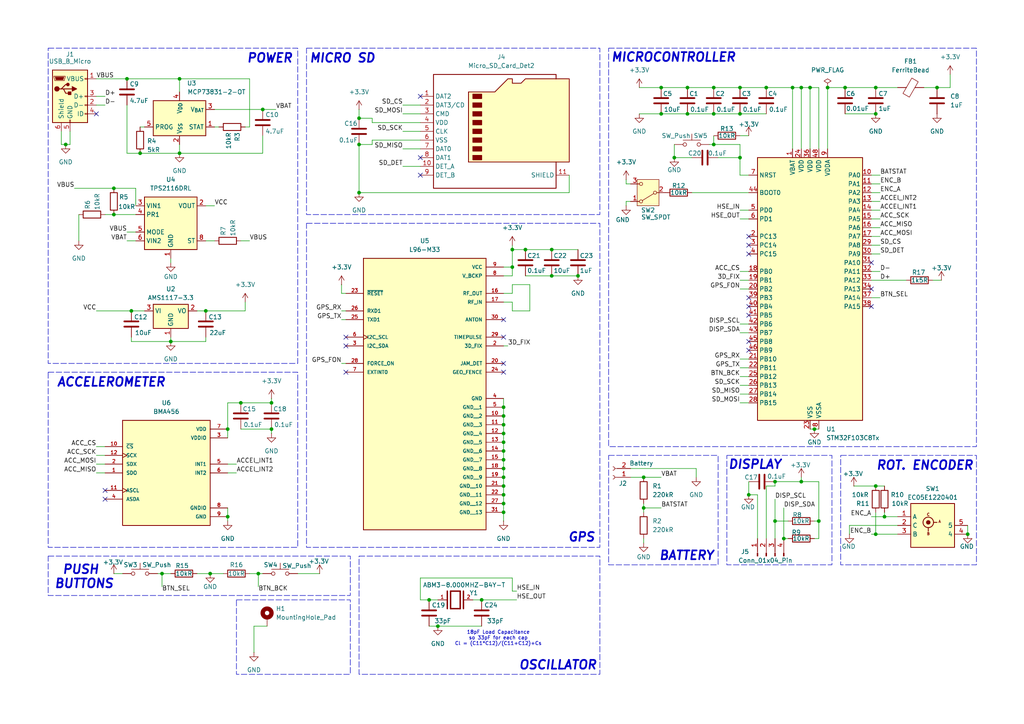
<source format=kicad_sch>
(kicad_sch (version 20250114) (generator "eeschema") (generator_version "9.0")
  (paper "A4")
  (rectangle (start 68.58 173.99) (end 101.6 195.58) (stroke (width 0) (type dash)))
  (rectangle (start 210.82 132.08) (end 241.3 163.83) (stroke (width 0) (type dash)))
  (rectangle (start 176.53 13.97) (end 283.21 129.54) (stroke (width 0) (type dash)))
  (rectangle (start 243.84 132.08) (end 283.21 163.83) (stroke (width 0) (type dash)))
  (rectangle (start 13.97 13.97) (end 86.36 105.41) (stroke (width 0) (type dash)))
  (rectangle (start 13.97 161.29) (end 101.6 172.72) (stroke (width 0) (type dash)))
  (rectangle (start 104.14 161.29) (end 173.99 195.58) (stroke (width 0) (type dash)))
  (rectangle (start 88.9 13.97) (end 173.99 62.23) (stroke (width 0) (type dash)))
  (rectangle (start 88.9 64.77) (end 173.99 158.75) (stroke (width 0) (type dash)))
  (rectangle (start 176.53 132.08) (end 208.28 163.83) (stroke (width 0) (type dash)))
  (rectangle (start 13.97 107.95) (end 86.36 158.75) (stroke (width 0) (type dash)))
  (text "GPS" (at 168.656 155.956 0) (effects (font (size 2.54 2.54) (thickness 0.508) (bold yes) (italic yes))))
  (text "POWER" (at 78.232 17.018 0) (effects (font (size 2.54 2.54) (thickness 0.508) (bold yes) (italic yes))))
  (text "DISPLAY" (at 218.948 134.874 0) (effects (font (size 2.54 2.54) (thickness 0.508) (bold yes) (italic yes))))
  (text "PUSH \nBUTTONS" (at 24.384 167.386 0) (effects (font (size 2.54 2.54) (thickness 0.508) (bold yes) (italic yes))))
  (text "BATTERY" (at 199.136 161.29 0) (effects (font (size 2.54 2.54) (thickness 0.508) (bold yes) (italic yes))))
  (text "OSCILLATOR" (at 161.798 193.04 0) (effects (font (size 2.54 2.54) (thickness 0.508) (bold yes) (italic yes))))
  (text "ACCELEROMETER" (at 32.258 110.998 0) (effects (font (size 2.54 2.54) (thickness 0.508) (bold yes) (italic yes))))
  (text "MICRO SD" (at 99.314 17.018 0) (effects (font (size 2.54 2.54) (thickness 0.508) (bold yes) (italic yes))))
  (text "18pF Load Capacitance\nso 33pF for each cap\nCl = (C11*C12)/(C11+C12)+Cs" (at 144.526 185.166 0) (effects (font (size 1.016 1.016))))
  (text "MICROCONTROLLER" (at 195.326 16.764 0) (effects (font (size 2.54 2.54) (thickness 0.508) (bold yes) (italic yes))))
  (text "ROT. ENCODER" (at 268.224 135.128 0) (effects (font (size 2.54 2.54) (thickness 0.508) (bold yes) (italic yes))))
  (junction (at 78.74 116.84))
  (junction (at 207.01 41.91))
  (junction (at 237.49 151.13))
  (junction (at 40.64 44.45))
  (junction (at 245.11 25.4))
  (junction (at 33.02 62.23))
  (junction (at 152.4 72.39))
  (junction (at 146.05 138.43))
  (junction (at 66.04 124.46))
  (junction (at 146.05 123.19))
  (junction (at 36.83 22.86))
  (junction (at 146.05 140.97))
  (junction (at 148.59 77.47))
  (junction (at 229.87 25.4))
  (junction (at 186.69 147.32))
  (junction (at 224.79 139.7))
  (junction (at 214.63 25.4))
  (junction (at 280.67 154.94))
  (junction (at 146.05 148.59))
  (junction (at 227.33 156.21))
  (junction (at 207.01 33.02))
  (junction (at 104.14 41.91))
  (junction (at 146.05 133.35))
  (junction (at 195.58 45.72))
  (junction (at 104.14 55.88))
  (junction (at 127 181.61))
  (junction (at 52.07 44.45))
  (junction (at 146.05 125.73))
  (junction (at 49.53 99.06))
  (junction (at 160.02 80.01))
  (junction (at 191.77 25.4))
  (junction (at 146.05 118.11))
  (junction (at 146.05 143.51))
  (junction (at 146.05 128.27))
  (junction (at 236.22 124.46))
  (junction (at 224.79 151.13))
  (junction (at 191.77 33.02))
  (junction (at 199.39 25.4))
  (junction (at 139.7 173.99))
  (junction (at 199.39 33.02))
  (junction (at 46.99 166.37))
  (junction (at 124.46 173.99))
  (junction (at 214.63 45.72))
  (junction (at 59.69 90.17))
  (junction (at 240.03 25.4))
  (junction (at 232.41 25.4))
  (junction (at 167.64 80.01))
  (junction (at 19.05 41.91))
  (junction (at 146.05 130.81))
  (junction (at 256.54 149.86))
  (junction (at 38.1 90.17))
  (junction (at 160.02 72.39))
  (junction (at 254 154.94))
  (junction (at 66.04 149.86))
  (junction (at 207.01 25.4))
  (junction (at 60.96 166.37))
  (junction (at 222.25 25.4))
  (junction (at 214.63 33.02))
  (junction (at 78.74 124.46))
  (junction (at 254 25.4))
  (junction (at 52.07 22.86))
  (junction (at 146.05 135.89))
  (junction (at 69.85 116.84))
  (junction (at 148.59 72.39))
  (junction (at 186.69 138.43))
  (junction (at 76.2 31.75))
  (junction (at 234.95 25.4))
  (junction (at 146.05 146.05))
  (junction (at 254 140.97))
  (junction (at 271.78 25.4))
  (junction (at 33.02 54.61))
  (junction (at 104.14 34.29))
  (junction (at 232.41 139.7))
  (junction (at 254 33.02))
  (junction (at 74.93 166.37))
  (junction (at 217.17 143.51))
  (junction (at 146.05 120.65))
  (no_connect (at 146.05 107.95))
  (no_connect (at 121.92 45.72))
  (no_connect (at 217.17 91.44))
  (no_connect (at 121.92 50.8))
  (no_connect (at 30.48 144.78))
  (no_connect (at 100.33 97.79))
  (no_connect (at 146.05 92.71))
  (no_connect (at 252.73 76.2))
  (no_connect (at 27.94 33.02))
  (no_connect (at 217.17 86.36))
  (no_connect (at 100.33 107.95))
  (no_connect (at 217.17 99.06))
  (no_connect (at 217.17 88.9))
  (no_connect (at 252.73 83.82))
  (no_connect (at 146.05 105.41))
  (no_connect (at 217.17 68.58))
  (no_connect (at 217.17 101.6))
  (no_connect (at 30.48 142.24))
  (no_connect (at 121.92 27.94))
  (no_connect (at 146.05 97.79))
  (no_connect (at 100.33 100.33))
  (no_connect (at 252.73 88.9))
  (no_connect (at 217.17 71.12))
  (no_connect (at 217.17 73.66))
  (wire (pts (xy 116.84 43.18) (xy 121.92 43.18)))
  (wire (pts (xy 214.63 81.28) (xy 217.17 81.28)))
  (wire (pts (xy 148.59 171.45) (xy 149.86 171.45)))
  (wire (pts (xy 232.41 25.4) (xy 229.87 25.4)))
  (wire (pts (xy 222.25 140.97) (xy 224.79 140.97)))
  (wire (pts (xy 30.48 62.23) (xy 33.02 62.23)))
  (wire (pts (xy 107.95 35.56) (xy 107.95 34.29)))
  (wire (pts (xy 254 148.59) (xy 254 154.94)))
  (wire (pts (xy 27.94 22.86) (xy 36.83 22.86)))
  (wire (pts (xy 214.63 111.76) (xy 217.17 111.76)))
  (wire (pts (xy 46.99 170.18) (xy 46.99 166.37)))
  (wire (pts (xy 191.77 33.02) (xy 199.39 33.02)))
  (wire (pts (xy 116.84 30.48) (xy 121.92 30.48)))
  (wire (pts (xy 232.41 43.18) (xy 232.41 25.4)))
  (wire (pts (xy 38.1 90.17) (xy 41.91 90.17)))
  (wire (pts (xy 148.59 72.39) (xy 148.59 77.47)))
  (wire (pts (xy 146.05 123.19) (xy 146.05 125.73)))
  (wire (pts (xy 121.92 167.64) (xy 148.59 167.64)))
  (wire (pts (xy 72.39 69.85) (xy 69.85 69.85)))
  (wire (pts (xy 107.95 40.64) (xy 107.95 41.91)))
  (wire (pts (xy 124.46 173.99) (xy 127 173.99)))
  (wire (pts (xy 199.39 33.02) (xy 207.01 33.02)))
  (wire (pts (xy 195.58 41.91) (xy 195.58 45.72)))
  (wire (pts (xy 186.69 138.43) (xy 191.77 138.43)))
  (wire (pts (xy 17.78 41.91) (xy 19.05 41.91)))
  (wire (pts (xy 36.83 44.45) (xy 40.64 44.45)))
  (wire (pts (xy 104.14 31.75) (xy 104.14 34.29)))
  (wire (pts (xy 146.05 87.63) (xy 148.59 87.63)))
  (wire (pts (xy 49.53 166.37) (xy 46.99 166.37)))
  (wire (pts (xy 234.95 124.46) (xy 236.22 124.46)))
  (wire (pts (xy 255.27 73.66) (xy 252.73 73.66)))
  (wire (pts (xy 224.79 151.13) (xy 224.79 156.21)))
  (wire (pts (xy 57.15 166.37) (xy 60.96 166.37)))
  (wire (pts (xy 245.11 33.02) (xy 254 33.02)))
  (wire (pts (xy 68.58 137.16) (xy 66.04 137.16)))
  (wire (pts (xy 182.88 138.43) (xy 186.69 138.43)))
  (wire (pts (xy 146.05 135.89) (xy 146.05 138.43)))
  (wire (pts (xy 146.05 143.51) (xy 146.05 146.05)))
  (wire (pts (xy 254 154.94) (xy 260.35 154.94)))
  (wire (pts (xy 146.05 128.27) (xy 146.05 130.81)))
  (wire (pts (xy 214.63 33.02) (xy 222.25 33.02)))
  (wire (pts (xy 229.87 25.4) (xy 229.87 43.18)))
  (wire (pts (xy 52.07 22.86) (xy 52.07 26.67)))
  (wire (pts (xy 252.73 154.94) (xy 254 154.94)))
  (wire (pts (xy 207.01 41.91) (xy 214.63 41.91)))
  (wire (pts (xy 201.93 135.89) (xy 182.88 135.89)))
  (wire (pts (xy 267.97 25.4) (xy 271.78 25.4)))
  (wire (pts (xy 255.27 55.88) (xy 252.73 55.88)))
  (wire (pts (xy 107.95 40.64) (xy 121.92 40.64)))
  (wire (pts (xy 33.02 62.23) (xy 39.37 62.23)))
  (wire (pts (xy 146.05 130.81) (xy 146.05 133.35)))
  (wire (pts (xy 200.66 55.88) (xy 217.17 55.88)))
  (wire (pts (xy 99.06 90.17) (xy 100.33 90.17)))
  (wire (pts (xy 214.63 104.14) (xy 217.17 104.14)))
  (wire (pts (xy 247.65 140.97) (xy 254 140.97)))
  (wire (pts (xy 36.83 69.85) (xy 39.37 69.85)))
  (wire (pts (xy 20.32 41.91) (xy 19.05 41.91)))
  (wire (pts (xy 181.61 53.34) (xy 181.61 52.07)))
  (wire (pts (xy 74.93 166.37) (xy 76.2 166.37)))
  (wire (pts (xy 40.64 44.45) (xy 52.07 44.45)))
  (wire (pts (xy 153.67 82.55) (xy 148.59 82.55)))
  (wire (pts (xy 73.66 181.61) (xy 73.66 189.23)))
  (wire (pts (xy 208.28 45.72) (xy 214.63 45.72)))
  (wire (pts (xy 214.63 114.3) (xy 217.17 114.3)))
  (wire (pts (xy 72.39 36.83) (xy 71.12 36.83)))
  (wire (pts (xy 222.25 140.97) (xy 222.25 156.21)))
  (wire (pts (xy 255.27 66.04) (xy 252.73 66.04)))
  (wire (pts (xy 147.32 100.33) (xy 146.05 100.33)))
  (wire (pts (xy 252.73 81.28) (xy 262.89 81.28)))
  (wire (pts (xy 52.07 41.91) (xy 52.07 44.45)))
  (wire (pts (xy 237.49 156.21) (xy 236.22 156.21)))
  (wire (pts (xy 185.42 25.4) (xy 191.77 25.4)))
  (wire (pts (xy 78.74 115.57) (xy 78.74 116.84)))
  (wire (pts (xy 237.49 151.13) (xy 236.22 151.13)))
  (wire (pts (xy 186.69 146.05) (xy 186.69 147.32)))
  (wire (pts (xy 219.71 156.21) (xy 219.71 143.51)))
  (wire (pts (xy 146.05 80.01) (xy 148.59 80.01)))
  (wire (pts (xy 49.53 99.06) (xy 59.69 99.06)))
  (wire (pts (xy 20.32 38.1) (xy 20.32 41.91)))
  (wire (pts (xy 236.22 124.46) (xy 237.49 124.46)))
  (wire (pts (xy 255.27 58.42) (xy 252.73 58.42)))
  (wire (pts (xy 57.15 90.17) (xy 59.69 90.17)))
  (wire (pts (xy 186.69 147.32) (xy 186.69 148.59)))
  (wire (pts (xy 76.2 39.37) (xy 76.2 44.45)))
  (wire (pts (xy 214.63 50.8) (xy 217.17 50.8)))
  (wire (pts (xy 228.6 156.21) (xy 227.33 156.21)))
  (wire (pts (xy 127 181.61) (xy 139.7 181.61)))
  (wire (pts (xy 255.27 53.34) (xy 252.73 53.34)))
  (wire (pts (xy 52.07 44.45) (xy 76.2 44.45)))
  (wire (pts (xy 38.1 99.06) (xy 38.1 97.79)))
  (wire (pts (xy 160.02 80.01) (xy 167.64 80.01)))
  (wire (pts (xy 148.59 72.39) (xy 152.4 72.39)))
  (wire (pts (xy 214.63 93.98) (xy 217.17 93.98)))
  (wire (pts (xy 146.05 77.47) (xy 148.59 77.47)))
  (wire (pts (xy 280.67 152.4) (xy 280.67 154.94)))
  (wire (pts (xy 201.93 138.43) (xy 201.93 135.89)))
  (wire (pts (xy 27.94 132.08) (xy 30.48 132.08)))
  (wire (pts (xy 74.93 166.37) (xy 74.93 170.18)))
  (wire (pts (xy 66.04 151.13) (xy 66.04 149.86)))
  (wire (pts (xy 148.59 167.64) (xy 148.59 171.45)))
  (wire (pts (xy 21.59 54.61) (xy 33.02 54.61)))
  (wire (pts (xy 214.63 60.96) (xy 217.17 60.96)))
  (wire (pts (xy 27.94 134.62) (xy 30.48 134.62)))
  (wire (pts (xy 234.95 25.4) (xy 234.95 43.18)))
  (wire (pts (xy 237.49 151.13) (xy 237.49 156.21)))
  (wire (pts (xy 273.05 81.28) (xy 270.51 81.28)))
  (wire (pts (xy 124.46 181.61) (xy 127 181.61)))
  (wire (pts (xy 148.59 77.47) (xy 148.59 80.01)))
  (wire (pts (xy 275.59 25.4) (xy 271.78 25.4)))
  (wire (pts (xy 30.48 30.48) (xy 27.94 30.48)))
  (wire (pts (xy 27.94 137.16) (xy 30.48 137.16)))
  (wire (pts (xy 191.77 25.4) (xy 199.39 25.4)))
  (wire (pts (xy 45.72 166.37) (xy 46.99 166.37)))
  (wire (pts (xy 219.71 143.51) (xy 217.17 143.51)))
  (wire (pts (xy 165.1 55.88) (xy 165.1 50.8)))
  (wire (pts (xy 36.83 67.31) (xy 39.37 67.31)))
  (wire (pts (xy 22.86 69.85) (xy 22.86 62.23)))
  (wire (pts (xy 146.05 120.65) (xy 146.05 123.19)))
  (wire (pts (xy 59.69 90.17) (xy 71.12 90.17)))
  (wire (pts (xy 275.59 21.59) (xy 275.59 25.4)))
  (wire (pts (xy 30.48 27.94) (xy 27.94 27.94)))
  (wire (pts (xy 205.74 41.91) (xy 207.01 41.91)))
  (wire (pts (xy 40.64 36.83) (xy 41.91 36.83)))
  (wire (pts (xy 232.41 139.7) (xy 224.79 139.7)))
  (wire (pts (xy 185.42 33.02) (xy 191.77 33.02)))
  (wire (pts (xy 72.39 166.37) (xy 74.93 166.37)))
  (wire (pts (xy 99.06 85.09) (xy 100.33 85.09)))
  (wire (pts (xy 60.96 166.37) (xy 64.77 166.37)))
  (wire (pts (xy 255.27 71.12) (xy 252.73 71.12)))
  (wire (pts (xy 33.02 54.61) (xy 39.37 54.61)))
  (wire (pts (xy 66.04 124.46) (xy 66.04 127)))
  (wire (pts (xy 214.63 45.72) (xy 214.63 41.91)))
  (wire (pts (xy 66.04 116.84) (xy 66.04 124.46)))
  (wire (pts (xy 255.27 63.5) (xy 252.73 63.5)))
  (wire (pts (xy 237.49 43.18) (xy 237.49 25.4)))
  (wire (pts (xy 232.41 138.43) (xy 232.41 139.7)))
  (wire (pts (xy 99.06 82.55) (xy 99.06 85.09)))
  (wire (pts (xy 71.12 87.63) (xy 71.12 90.17)))
  (wire (pts (xy 214.63 116.84) (xy 217.17 116.84)))
  (wire (pts (xy 252.73 149.86) (xy 256.54 149.86)))
  (wire (pts (xy 107.95 41.91) (xy 104.14 41.91)))
  (wire (pts (xy 72.39 22.86) (xy 72.39 36.83)))
  (wire (pts (xy 116.84 48.26) (xy 121.92 48.26)))
  (wire (pts (xy 69.85 116.84) (xy 78.74 116.84)))
  (wire (pts (xy 116.84 38.1) (xy 121.92 38.1)))
  (wire (pts (xy 99.06 105.41) (xy 100.33 105.41)))
  (wire (pts (xy 260.35 152.4) (xy 246.38 152.4)))
  (wire (pts (xy 121.92 173.99) (xy 121.92 167.64)))
  (wire (pts (xy 255.27 50.8) (xy 252.73 50.8)))
  (wire (pts (xy 137.16 173.99) (xy 139.7 173.99)))
  (wire (pts (xy 227.33 147.32) (xy 227.33 156.21)))
  (wire (pts (xy 232.41 25.4) (xy 234.95 25.4)))
  (wire (pts (xy 222.25 25.4) (xy 229.87 25.4)))
  (wire (pts (xy 214.63 25.4) (xy 222.25 25.4)))
  (wire (pts (xy 260.35 149.86) (xy 256.54 149.86)))
  (wire (pts (xy 63.5 36.83) (xy 62.23 36.83)))
  (wire (pts (xy 38.1 99.06) (xy 49.53 99.06)))
  (wire (pts (xy 104.14 55.88) (xy 165.1 55.88)))
  (wire (pts (xy 255.27 86.36) (xy 252.73 86.36)))
  (wire (pts (xy 186.69 156.21) (xy 186.69 157.48)))
  (wire (pts (xy 246.38 152.4) (xy 246.38 154.94)))
  (wire (pts (xy 245.11 25.4) (xy 240.03 25.4)))
  (wire (pts (xy 254 25.4) (xy 245.11 25.4)))
  (wire (pts (xy 214.63 63.5) (xy 217.17 63.5)))
  (wire (pts (xy 153.67 82.55) (xy 153.67 90.17)))
  (wire (pts (xy 33.02 166.37) (xy 35.56 166.37)))
  (wire (pts (xy 191.77 147.32) (xy 186.69 147.32)))
  (wire (pts (xy 99.06 92.71) (xy 100.33 92.71)))
  (wire (pts (xy 214.63 96.52) (xy 217.17 96.52)))
  (wire (pts (xy 17.78 38.1) (xy 17.78 41.91)))
  (wire (pts (xy 160.02 72.39) (xy 167.64 72.39)))
  (wire (pts (xy 39.37 54.61) (xy 39.37 59.69)))
  (wire (pts (xy 255.27 68.58) (xy 252.73 68.58)))
  (wire (pts (xy 62.23 31.75) (xy 76.2 31.75)))
  (wire (pts (xy 146.05 118.11) (xy 146.05 120.65)))
  (wire (pts (xy 146.05 140.97) (xy 146.05 143.51)))
  (wire (pts (xy 104.14 41.91) (xy 104.14 55.88)))
  (wire (pts (xy 260.35 25.4) (xy 254 25.4)))
  (wire (pts (xy 107.95 35.56) (xy 121.92 35.56)))
  (wire (pts (xy 181.61 58.42) (xy 181.61 59.69)))
  (wire (pts (xy 146.05 133.35) (xy 146.05 135.89)))
  (wire (pts (xy 49.53 99.06) (xy 49.53 97.79)))
  (wire (pts (xy 76.2 31.75) (xy 80.01 31.75)))
  (wire (pts (xy 182.88 53.34) (xy 181.61 53.34)))
  (wire (pts (xy 255.27 60.96) (xy 252.73 60.96)))
  (wire (pts (xy 214.63 109.22) (xy 217.17 109.22)))
  (wire (pts (xy 207.01 25.4) (xy 214.63 25.4)))
  (wire (pts (xy 148.59 82.55) (xy 148.59 85.09)))
  (wire (pts (xy 146.05 115.57) (xy 146.05 118.11)))
  (wire (pts (xy 36.83 30.48) (xy 36.83 44.45)))
  (wire (pts (xy 224.79 140.97) (xy 224.79 139.7)))
  (wire (pts (xy 36.83 22.86) (xy 52.07 22.86)))
  (wire (pts (xy 68.58 134.62) (xy 66.04 134.62)))
  (wire (pts (xy 237.49 139.7) (xy 237.49 151.13)))
  (wire (pts (xy 214.63 78.74) (xy 217.17 78.74)))
  (wire (pts (xy 139.7 173.99) (xy 149.86 173.99)))
  (wire (pts (xy 207.01 33.02) (xy 214.63 33.02)))
  (wire (pts (xy 59.69 99.06) (xy 59.69 97.79)))
  (wire (pts (xy 214.63 45.72) (xy 214.63 50.8)))
  (wire (pts (xy 214.63 106.68) (xy 217.17 106.68)))
  (wire (pts (xy 62.23 69.85) (xy 59.69 69.85)))
  (wire (pts (xy 256.54 149.86) (xy 256.54 148.59)))
  (wire (pts (xy 27.94 90.17) (xy 38.1 90.17)))
  (wire (pts (xy 148.59 85.09) (xy 146.05 85.09)))
  (wire (pts (xy 148.59 87.63) (xy 148.59 90.17)))
  (wire (pts (xy 78.74 125.73) (xy 78.74 124.46)))
  (wire (pts (xy 217.17 143.51) (xy 217.17 139.7)))
  (wire (pts (xy 69.85 116.84) (xy 66.04 116.84)))
  (wire (pts (xy 148.59 90.17) (xy 153.67 90.17)))
  (wire (pts (xy 228.6 151.13) (xy 224.79 151.13)))
  (wire (pts (xy 232.41 139.7) (xy 237.49 139.7)))
  (wire (pts (xy 86.36 166.37) (xy 92.71 166.37)))
  (wire (pts (xy 237.49 25.4) (xy 234.95 25.4)))
  (wire (pts (xy 152.4 80.01) (xy 160.02 80.01)))
  (wire (pts (xy 240.03 25.4) (xy 240.03 43.18)))
  (wire (pts (xy 52.07 22.86) (xy 72.39 22.86)))
  (wire (pts (xy 224.79 144.78) (xy 224.79 151.13)))
  (wire (pts (xy 217.17 39.37) (xy 214.63 39.37)))
  (wire (pts (xy 107.95 34.29) (xy 104.14 34.29)))
  (wire (pts (xy 146.05 125.73) (xy 146.05 128.27)))
  (wire (pts (xy 49.53 76.2) (xy 49.53 74.93)))
  (wire (pts (xy 214.63 83.82) (xy 217.17 83.82)))
  (wire (pts (xy 116.84 33.02) (xy 121.92 33.02)))
  (wire (pts (xy 77.47 181.61) (xy 73.66 181.61)))
  (wire (pts (xy 152.4 72.39) (xy 160.02 72.39)))
  (wire (pts (xy 146.05 148.59) (xy 146.05 151.13)))
  (wire (pts (xy 195.58 45.72) (xy 200.66 45.72)))
  (wire (pts (xy 62.23 59.69) (xy 59.69 59.69)))
  (wire (pts (xy 69.85 124.46) (xy 78.74 124.46)))
  (wire (pts (xy 146.05 146.05) (xy 146.05 148.59)))
  (wire (pts (xy 254 140.97) (xy 256.54 140.97)))
  (wire (pts (xy 182.88 58.42) (xy 181.61 58.42)))
  (wire (pts (xy 124.46 173.99) (xy 121.92 173.99)))
  (wire (pts (xy 148.59 71.12) (xy 148.59 72.39)))
  (wire (pts (xy 199.39 25.4) (xy 207.01 25.4)))
  (wire (pts (xy 207.01 39.37) (xy 207.01 41.91)))
  (wire (pts (xy 27.94 129.54) (xy 30.48 129.54)))
  (wire (pts (xy 66.04 147.32) (xy 66.04 149.86)))
  (wire (pts (xy 146.05 138.43) (xy 146.05 140.97)))
  (wire (pts (xy 255.27 78.74) (xy 252.73 78.74)))
  (label "VBAT" (at 80.01 31.75 0))
  (label "VCC" (at 62.23 59.69 0) (effects (font (thickness 0.1588))))
  (label "VBUS" (at 21.59 54.61 180))
  (label "HSE_IN" (at 214.63 60.96 180))
  (label "DISP_SDA" (at 214.63 96.52 180))
  (label "BTN_SEL" (at 255.27 86.36 0))
  (label "ACC_MISO" (at 27.94 137.16 180))
  (label "VBUS" (at 72.39 69.85 0))
  (label "3D_FIX" (at 147.32 100.33 0))
  (label "HSE_OUT" (at 214.63 63.5 180))
  (label "BTN_BCK" (at 214.63 109.22 180))
  (label "DISP_SCL" (at 214.63 93.98 180))
  (label "BATSTAT" (at 255.27 50.8 0))
  (label "SD_MISO" (at 214.63 114.3 180))
  (label "ACC_CS" (at 214.63 78.74 180) (effects (font (thickness 0.1588))))
  (label "SD_DET" (at 255.27 73.66 0))
  (label "GPS_RX" (at 99.06 90.17 180))
  (label "SD_MISO" (at 116.84 43.18 180))
  (label "GPS_TX" (at 214.63 106.68 180))
  (label "ENC_B" (at 252.73 154.94 180))
  (label "VBAT" (at 191.77 138.43 0))
  (label "D+" (at 30.48 27.94 0))
  (label "HSE_OUT" (at 149.86 173.99 0))
  (label "GPS_FON" (at 99.06 105.41 180))
  (label "SD_MOSI" (at 116.84 33.02 180))
  (label "VCC" (at 27.94 90.17 180) (effects (font (thickness 0.1588))))
  (label "VBUS" (at 27.94 22.86 0))
  (label "ACCEl_INT1" (at 68.58 134.62 0))
  (label "ACC_CS" (at 27.94 129.54 180) (effects (font (thickness 0.1588))))
  (label "SD_CS" (at 255.27 71.12 0))
  (label "ACC_MOSI" (at 27.94 134.62 180))
  (label "ACC_MISO" (at 255.27 66.04 0))
  (label "ACC_MOSI" (at 255.27 68.58 0))
  (label "ACC_SCK" (at 255.27 63.5 0))
  (label "ACCEl_INT1" (at 255.27 60.96 0))
  (label "DISP_SCL" (at 224.79 144.78 0))
  (label "SD_CS" (at 116.84 30.48 180))
  (label "D+" (at 255.27 81.28 0))
  (label "SD_SCK" (at 214.63 111.76 180))
  (label "3D_FIX" (at 214.63 81.28 180))
  (label "GPS_RX" (at 214.63 104.14 180))
  (label "HSE_IN" (at 149.86 171.45 0))
  (label "D-" (at 30.48 30.48 0))
  (label "VBAT" (at 36.83 69.85 180))
  (label "GPS_FON" (at 214.63 83.82 180))
  (label "ACCEl_INT2" (at 68.58 137.16 0))
  (label "ENC_A" (at 255.27 55.88 0))
  (label "DISP_SDA" (at 227.33 147.32 0))
  (label "GPS_TX" (at 99.06 92.71 180))
  (label "BATSTAT" (at 191.77 147.32 0))
  (label "D-" (at 255.27 78.74 0))
  (label "SD_SCK" (at 116.84 38.1 180))
  (label "ACC_SCK" (at 27.94 132.08 180))
  (label "BTN_BCK" (at 74.93 170.18 0))
  (label "VBUS" (at 36.83 67.31 180))
  (label "ENC_B" (at 255.27 53.34 0))
  (label "ENC_A" (at 252.73 149.86 180))
  (label "SD_MOSI" (at 214.63 116.84 180))
  (label "BTN_SEL" (at 46.99 170.18 0))
  (label "SD_DET" (at 116.84 48.26 180))
  (label "ACCEl_INT2" (at 255.27 58.42 0))
  (symbol (lib_id "Device:R") (at 254 144.78 180) (unit 1)
    (property "Reference" "R11" (at 252.222 146.05 0) (effects (justify left)))
    (property "Value" "10kR" (at 251.968 143.51 0) (effects (justify left)))
    (property "Footprint" "Resistor_SMD:R_0402_1005Metric" (effects (hide yes)))
    (property "Description" "Resistor" (effects (hide yes)))
  )
  (symbol (lib_id "Device:C") (at 69.85 120.65 0) (unit 1)
    (property "Reference" "C15" (at 70.358 118.618 0) (effects (justify left)))
    (property "Value" "0.1uF" (at 70.612 123.19 0) (effects (justify left)))
    (property "Footprint" "Capacitor_SMD:C_0402_1005Metric" (effects (hide yes)))
    (property "Description" "Unpolarized capacitor" (effects (hide yes)))
  )
  (symbol (lib_id "power:+3.3V") (at 33.02 166.37 0) (unit 1)
    (property "Reference" "#PWR030" (effects (hide yes)))
    (property "Value" "+3.3V" (at 32.766 163.068 0))
    (property "Description" "Power symbol creates a global label with name \"+3.3V\"" (effects (hide yes)))
  )
  (symbol (lib_id "power:GND") (at 217.17 143.51 0) (unit 1)
    (property "Reference" "#PWR022" (effects (hide yes)))
    (property "Value" "GND" (at 216.916 147.066 0))
    (property "Description" "Power symbol creates a global label with name \"GND\" , ground" (effects (hide yes)))
  )
  (symbol (lib_id "power:+3.3V") (at 148.59 71.12 0) (unit 1)
    (property "Reference" "#PWR031" (effects (hide yes)))
    (property "Value" "+3.3V" (at 148.59 66.04 0))
    (property "Description" "Power symbol creates a global label with name \"+3.3V\"" (effects (hide yes)))
  )
  (symbol (lib_id "power:+3.3V") (at 273.05 81.28 0) (unit 1)
    (property "Reference" "#PWR035" (effects (hide yes)))
    (property "Value" "+3.3V" (at 273.05 77.724 0))
    (property "Description" "Power symbol creates a global label with name \"+3.3V\"" (effects (hide yes)))
  )
  (symbol (lib_id "ImportsLibrary:EC05E1220401") (at 270.51 152.4 0) (unit 1)
    (property "Reference" "SW1" (at 270.51 141.732 0))
    (property "Value" "EC05E1220401" (at 270.51 144.272 0))
    (property "Footprint" "ImportsLibrary:EC05E1220401" (effects (hide yes)))
  )
  (symbol (lib_id "Connector:Conn_01x04_Pin") (at 222.25 161.29 90) (unit 1)
    (property "Reference" "J5" (at 214.884 160.02 90) (effects (justify right)))
    (property "Value" "Conn_01x04_Pin" (at 214.122 162.56 90) (effects (justify right)))
    (property "Footprint" "Connector_PinHeader_2.54mm:PinHeader_1x04_P2.54mm_Vertical" (effects (hide yes)))
    (property "Description" "Generic connector, single row, 01x04, script generated" (effects (hide yes)))
  )
  (symbol (lib_id "Device:C") (at 222.25 29.21 0) (unit 1)
    (property "Reference" "C4" (at 222.758 27.178 0) (effects (justify left)))
    (property "Value" "0.1uF" (at 223.012 31.75 0) (effects (justify left)))
    (property "Footprint" "Capacitor_SMD:C_0402_1005Metric" (effects (hide yes)))
    (property "Description" "Unpolarized capacitor" (effects (hide yes)))
  )
  (symbol (lib_id "power:+3.3V") (at 71.12 87.63 0) (unit 1)
    (property "Reference" "#PWR014" (effects (hide yes)))
    (property "Value" "+3.3V" (at 71.12 82.55 0))
    (property "Description" "Power symbol creates a global label with name \"+3.3V\"" (effects (hide yes)))
  )
  (symbol (lib_id "power:+3.3V") (at 217.17 39.37 0) (unit 1)
    (property "Reference" "#PWR029" (effects (hide yes)))
    (property "Value" "+3.3V" (at 217.17 36.068 0))
    (property "Description" "Power symbol creates a global label with name \"+3.3V\"" (effects (hide yes)))
  )
  (symbol (lib_id "power:GND") (at 271.78 33.02 0) (unit 1)
    (property "Reference" "#PWR04" (effects (hide yes)))
    (property "Value" "GND" (at 271.78 38.1 0))
    (property "Description" "Power symbol creates a global label with name \"GND\" , ground" (effects (hide yes)))
  )
  (symbol (lib_id "Device:R") (at 67.31 36.83 270) (unit 1)
    (property "Reference" "R3" (at 68.834 38.354 0) (effects (justify left)))
    (property "Value" "10kR" (at 66.294 38.354 0) (effects (justify left)))
    (property "Footprint" "Resistor_SMD:R_0402_1005Metric" (effects (hide yes)))
    (property "Description" "Resistor" (effects (hide yes)))
  )
  (symbol (lib_id "power:GND") (at 167.64 80.01 0) (unit 1)
    (property "Reference" "#PWR036" (effects (hide yes)))
    (property "Value" "GND" (at 167.64 85.09 0))
    (property "Description" "Power symbol creates a global label with name \"GND\" , ground" (effects (hide yes)))
  )
  (symbol (lib_id "power:GND") (at 104.14 55.88 0) (unit 1)
    (property "Reference" "#PWR019" (effects (hide yes)))
    (property "Value" "GND" (at 104.14 60.96 0))
    (property "Description" "Power symbol creates a global label with name \"GND\" , ground" (effects (hide yes)))
  )
  (symbol (lib_id "power:GND") (at 181.61 59.69 0) (unit 1)
    (property "Reference" "#PWR024" (effects (hide yes)))
    (property "Value" "GND" (at 180.594 63.754 0))
    (property "Description" "Power symbol creates a global label with name \"GND\" , ground" (effects (hide yes)))
  )
  (symbol (lib_id "Device:R") (at 186.69 142.24 0) (unit 1)
    (property "Reference" "R1" (at 189.23 140.9699 0) (effects (justify left)))
    (property "Value" "220kR" (at 189.23 143.5099 0) (effects (justify left)))
    (property "Footprint" "Resistor_SMD:R_0402_1005Metric" (effects (hide yes)))
    (property "Description" "Resistor" (effects (hide yes)))
  )
  (symbol (lib_id "power:GND") (at 127 181.61 0) (unit 1)
    (property "Reference" "#PWR033" (effects (hide yes)))
    (property "Value" "GND" (at 127 186.69 0))
    (property "Description" "Power symbol creates a global label with name \"GND\" , ground" (effects (hide yes)))
  )
  (symbol (lib_id "power:GND") (at 19.05 41.91 0) (unit 1)
    (property "Reference" "#PWR07" (effects (hide yes)))
    (property "Value" "GND" (at 19.05 46.99 0))
    (property "Description" "Power symbol creates a global label with name \"GND\" , ground" (effects (hide yes)))
  )
  (symbol (lib_id "ImportsLibrary:ABM3-8.000MHZ-B4Y-T") (at 132.08 173.99 0) (unit 1)
    (property "Reference" "Y1" (at 137.414 171.958 0))
    (property "Value" "ABM3-8.000MHZ-B4Y-T" (at 134.62 169.672 0))
    (property "Footprint" "ImportsLibrary:XTAL_ABM3-8.000MHZ-B4Y-T" (effects (hide yes)))
    (property "PARTREV" "4/25/2022" (effects (hide yes)))
    (property "STANDARD" "Manufacturer Recommendations" (effects (hide yes)))
    (property "MAXIMUM_PACKAGE_HEIGHT" "1.3 mm" (effects (hide yes)))
    (property "MANUFACTURER" "Abracon" (effects (hide yes)))
  )
  (symbol (lib_id "Device:C") (at 254 29.21 0) (unit 1)
    (property "Reference" "C7" (at 254.762 27.178 0) (effects (justify left)))
    (property "Value" "1uF" (at 254.762 31.496 0) (effects (justify left)))
    (property "Footprint" "Capacitor_SMD:C_0603_1608Metric" (effects (hide yes)))
    (property "Description" "Unpolarized capacitor" (effects (hide yes)))
  )
  (symbol (lib_id "power:GND") (at 186.69 157.48 0) (unit 1)
    (property "Reference" "#PWR010" (effects (hide yes)))
    (property "Value" "GND" (at 186.69 161.544 0))
    (property "Description" "Power symbol creates a global label with name \"GND\" , ground" (effects (hide yes)))
  )
  (symbol (lib_id "Device:C") (at 104.14 38.1 0) (unit 1)
    (property "Reference" "C16" (at 99.822 35.814 0) (effects (justify left)))
    (property "Value" "0.1uF" (at 98.298 40.64 0) (effects (justify left)))
    (property "Footprint" "Capacitor_SMD:C_0402_1005Metric" (effects (hide yes)))
    (property "Description" "Unpolarized capacitor" (effects (hide yes)))
  )
  (symbol (lib_id "Device:C") (at 204.47 45.72 90) (unit 1)
    (property "Reference" "C20" (at 203.454 44.45 90) (effects (justify left)))
    (property "Value" "0.1uF" (at 210.82 44.45 90) (effects (justify left)))
    (property "Footprint" "Capacitor_SMD:C_0402_1005Metric" (effects (hide yes)))
    (property "Description" "Unpolarized capacitor" (effects (hide yes)))
  )
  (symbol (lib_id "power:GND") (at 236.22 124.46 0) (unit 1)
    (property "Reference" "#PWR01" (effects (hide yes)))
    (property "Value" "GND" (at 236.22 128.27 0))
    (property "Description" "Power symbol creates a global label with name \"GND\" , ground" (effects (hide yes)))
  )
  (symbol (lib_id "power:GND") (at 49.53 76.2 0) (unit 1)
    (property "Reference" "#PWR011" (effects (hide yes)))
    (property "Value" "GND" (at 49.53 80.264 0))
    (property "Description" "Power symbol creates a global label with name \"GND\" , ground" (effects (hide yes)))
  )
  (symbol (lib_id "power:+3.3V") (at 275.59 21.59 0) (unit 1)
    (property "Reference" "#PWR05" (effects (hide yes)))
    (property "Value" "+3.3V" (at 275.59 16.51 0))
    (property "Description" "Power symbol creates a global label with name \"+3.3V\"" (effects (hide yes)))
  )
  (symbol (lib_id "power:+3.3V") (at 185.42 25.4 0) (unit 1)
    (property "Reference" "#PWR06" (effects (hide yes)))
    (property "Value" "+3.3V" (at 185.42 20.32 0))
    (property "Description" "Power symbol creates a global label with name \"+3.3V\"" (effects (hide yes)))
  )
  (symbol (lib_id "power:GND") (at 254 33.02 0) (unit 1)
    (property "Reference" "#PWR03" (effects (hide yes)))
    (property "Value" "GND" (at 254 38.1 0))
    (property "Description" "Power symbol creates a global label with name \"GND\" , ground" (effects (hide yes)))
  )
  (symbol (lib_id "ImportsLibrary:L96-M33") (at 123.19 97.79 0) (unit 1)
    (property "Reference" "U5" (at 123.19 69.85 0))
    (property "Value" "L96-M33" (at 123.19 72.39 0))
    (property "Footprint" "ImportsLibrary:XCVR_L96-M33" (effects (hide yes)))
    (property "Description" "L96 is a concurrent multi-GNSS receiver module with embedded chip antenna. With 33 tracking channels, 99 acquisition channels and 210 PRN channels, L96 supports concurrent reception of up to three GNSS systems _GPS+GLONASS+Galileo_" (effects (hide yes)))
    (property "MF" "Quectel Wireless Solutions Co., Ltd" (effects (hide yes)))
    (property "PACKAGE" "SOIC-8 Quectel Wireless Solutions Co., Ltd" (effects (hide yes)))
    (property "PRICE" "None" (effects (hide yes)))
    (property "MP" "L96" (effects (hide yes)))
    (property "AVAILABILITY" "Unavailable" (effects (hide yes)))
  )
  (symbol (lib_id "Mechanical:MountingHole_Pad") (at 77.47 179.07 0) (unit 1) (in_bom no)
    (property "Reference" "H1" (at 80.01 176.5299 0) (effects (justify left)))
    (property "Value" "MountingHole_Pad" (at 80.01 179.0699 0) (effects (justify left)))
    (property "Footprint" "MountingHole:MountingHole_2.2mm_M2_Pad" (effects (hide yes)))
    (property "Description" "Mounting Hole with connection" (effects (hide yes)))
  )
  (symbol (lib_id "Device:R") (at 186.69 152.4 0) (unit 1)
    (property "Reference" "R2" (at 189.23 151.1299 0) (effects (justify left)))
    (property "Value" "220kR" (at 189.23 153.6699 0) (effects (justify left)))
    (property "Footprint" "Resistor_SMD:R_0402_1005Metric" (effects (hide yes)))
    (property "Description" "Resistor" (effects (hide yes)))
  )
  (symbol (lib_id "Connector:Micro_SD_Card_Det2") (at 144.78 38.1 0) (unit 1)
    (property "Reference" "J4" (at 145.415 16.51 0))
    (property "Value" "Micro_SD_Card_Det2" (at 145.415 19.05 0))
    (property "Footprint" "Connector_Card:microSD_HC_Molex_104031-0811" (effects (hide yes)))
    (property "Datasheet" "https://www.hirose.com/en/product/document?clcode=&productname=&series=DM3&documenttype=Catalog&lang=en&documentid=D49662_en" (effects (hide yes)))
    (property "Description" "Micro SD Card Socket with two card detection pins" (effects (hide yes)))
  )
  (symbol (lib_id "Device:R") (at 266.7 81.28 90) (unit 1)
    (property "Reference" "R17" (at 266.446 78.994 90))
    (property "Value" "1k5R" (at 266.7 81.28 90))
    (property "Footprint" "Resistor_SMD:R_0402_1005Metric" (effects (hide yes)))
    (property "Description" "Resistor" (effects (hide yes)))
  )
  (symbol (lib_id "Device:R") (at 232.41 156.21 270) (unit 1)
    (property "Reference" "R9" (at 229.616 154.432 90) (effects (justify left)))
    (property "Value" "10kR" (at 229.87 156.21 90) (effects (justify left)))
    (property "Footprint" "Resistor_SMD:R_0402_1005Metric" (effects (hide yes)))
    (property "Description" "Resistor" (effects (hide yes)))
  )
  (symbol (lib_id "Switch:SW_Push") (at 40.64 166.37 0) (unit 1)
    (property "Reference" "SW3" (at 37.846 163.83 0))
    (property "Value" "SW_Push" (at 45.466 163.83 0))
    (property "Footprint" "Button_Switch_SMD:SW_SPST_EVQP7A" (effects (hide yes)))
    (property "Description" "Push button switch, generic, two pins" (effects (hide yes)))
  )
  (symbol (lib_id "Regulator_Linear:AMS1117-3.3") (at 49.53 90.17 0) (unit 1)
    (property "Reference" "U2" (at 49.53 83.82 0))
    (property "Value" "AMS1117-3.3" (at 49.53 86.36 0))
    (property "Footprint" "Package_TO_SOT_SMD:SOT-223-3_TabPin2" (effects (hide yes)))
    (property "Datasheet" "http://www.advanced-monolithic.com/pdf/ds1117.pdf" (effects (hide yes)))
    (property "Description" "1A Low Dropout regulator, positive, 3.3V fixed output, SOT-223" (effects (hide yes)))
  )
  (symbol (lib_id "Device:C") (at 59.69 93.98 0) (unit 1)
    (property "Reference" "C13" (at 60.452 91.948 0) (effects (justify left)))
    (property "Value" "22uF" (at 60.706 96.52 0) (effects (justify left)))
    (property "Footprint" "Capacitor_SMD:C_0603_1608Metric" (effects (hide yes)))
    (property "Description" "Unpolarized capacitor" (effects (hide yes)))
  )
  (symbol (lib_id "Device:R") (at 210.82 39.37 270) (unit 1)
    (property "Reference" "R13" (at 210.82 37.338 90))
    (property "Value" "10kR" (at 210.82 39.37 90))
    (property "Footprint" "Resistor_SMD:R_0402_1005Metric" (effects (hide yes)))
    (property "Description" "Resistor" (effects (hide yes)))
  )
  (symbol (lib_id "power:GND") (at 246.38 154.94 0) (unit 1)
    (property "Reference" "#PWR016" (effects (hide yes)))
    (property "Value" "GND" (at 246.126 158.496 0))
    (property "Description" "Power symbol creates a global label with name \"GND\" , ground" (effects (hide yes)))
  )
  (symbol (lib_id "Device:C") (at 214.63 29.21 0) (unit 1)
    (property "Reference" "C3" (at 215.138 27.178 0) (effects (justify left)))
    (property "Value" "0.1uF" (at 215.392 31.75 0) (effects (justify left)))
    (property "Footprint" "Capacitor_SMD:C_0402_1005Metric" (effects (hide yes)))
    (property "Description" "Unpolarized capacitor" (effects (hide yes)))
  )
  (symbol (lib_id "Device:C") (at 220.98 139.7 270) (unit 1)
    (property "Reference" "C17" (at 215.9 138.43 90) (effects (justify left)))
    (property "Value" "0.1uF" (at 222.504 138.176 90) (effects (justify left)))
    (property "Footprint" "Capacitor_SMD:C_0402_1005Metric" (effects (hide yes)))
    (property "Description" "Unpolarized capacitor" (effects (hide yes)))
  )
  (symbol (lib_id "power:GND") (at 280.67 154.94 0) (unit 1)
    (property "Reference" "#PWR017" (effects (hide yes)))
    (property "Value" "GND" (at 280.416 158.496 0))
    (property "Description" "Power symbol creates a global label with name \"GND\" , ground" (effects (hide yes)))
  )
  (symbol (lib_id "power:GND") (at 52.07 44.45 0) (unit 1)
    (property "Reference" "#PWR08" (effects (hide yes)))
    (property "Value" "GND" (at 52.07 49.53 0))
    (property "Description" "Power symbol creates a global label with name \"GND\" , ground" (effects (hide yes)))
  )
  (symbol (lib_id "Device:R") (at 40.64 40.64 0) (unit 1)
    (property "Reference" "R4" (at 42.672 40.894 0) (effects (justify left)))
    (property "Value" "5kR" (at 42.672 43.434 0) (effects (justify left)))
    (property "Footprint" "Resistor_SMD:R_0402_1005Metric" (effects (hide yes)))
    (property "Description" "Resistor" (effects (hide yes)))
  )
  (symbol (lib_id "power:+3.3V") (at 92.71 166.37 0) (unit 1)
    (property "Reference" "#PWR032" (effects (hide yes)))
    (property "Value" "+3.3V" (at 92.456 162.814 0))
    (property "Description" "Power symbol creates a global label with name \"+3.3V\"" (effects (hide yes)))
  )
  (symbol (lib_id "Switch:SW_Push") (at 81.28 166.37 0) (unit 1)
    (property "Reference" "SW4" (at 78.486 163.83 0))
    (property "Value" "SW_Push" (at 86.106 164.084 0))
    (property "Footprint" "Button_Switch_SMD:SW_SPST_EVQP7A" (effects (hide yes)))
    (property "Description" "Push button switch, generic, two pins" (effects (hide yes)))
  )
  (symbol (lib_id "Device:C") (at 78.74 120.65 0) (unit 1)
    (property "Reference" "C18" (at 79.248 118.618 0) (effects (justify left)))
    (property "Value" "0.1uF" (at 79.502 123.19 0) (effects (justify left)))
    (property "Footprint" "Capacitor_SMD:C_0402_1005Metric" (effects (hide yes)))
    (property "Description" "Unpolarized capacitor" (effects (hide yes)))
  )
  (symbol (lib_id "Device:FerriteBead") (at 264.16 25.4 90) (unit 1)
    (property "Reference" "FB1" (at 264.1092 17.78 90))
    (property "Value" "FerriteBead" (at 264.1092 20.32 90))
    (property "Footprint" "Inductor_SMD:L_0603_1608Metric" (effects (hide yes)))
    (property "Description" "Ferrite bead" (effects (hide yes)))
  )
  (symbol (lib_id "Device:R") (at 256.54 144.78 0) (unit 1)
    (property "Reference" "R10" (at 258.318 143.51 0) (effects (justify left)))
    (property "Value" "10kR" (at 258.572 146.05 0) (effects (justify left)))
    (property "Footprint" "Resistor_SMD:R_0402_1005Metric" (effects (hide yes)))
    (property "Description" "Resistor" (effects (hide yes)))
  )
  (symbol (lib_id "Device:C") (at 167.64 76.2 0) (unit 1)
    (property "Reference" "C23" (at 168.148 74.168 0) (effects (justify left)))
    (property "Value" "1uF" (at 168.148 78.486 0) (effects (justify left)))
    (property "Footprint" "Capacitor_SMD:C_0402_1005Metric" (effects (hide yes)))
    (property "Description" "Unpolarized capacitor" (effects (hide yes)))
  )
  (symbol (lib_id "Device:C") (at 199.39 29.21 0) (unit 1)
    (property "Reference" "C1" (at 199.898 27.178 0) (effects (justify left)))
    (property "Value" "0.1uF" (at 200.152 31.75 0) (effects (justify left)))
    (property "Footprint" "Capacitor_SMD:C_0402_1005Metric" (effects (hide yes)))
    (property "Description" "Unpolarized capacitor" (effects (hide yes)))
  )
  (symbol (lib_id "power:+3.3V") (at 181.61 52.07 0) (unit 1)
    (property "Reference" "#PWR023" (effects (hide yes)))
    (property "Value" "+3.3V" (at 181.61 46.99 0))
    (property "Description" "Power symbol creates a global label with name \"+3.3V\"" (effects (hide yes)))
  )
  (symbol (lib_id "Device:C") (at 207.01 29.21 0) (unit 1)
    (property "Reference" "C2" (at 207.518 27.178 0) (effects (justify left)))
    (property "Value" "0.1uF" (at 207.772 31.75 0) (effects (justify left)))
    (property "Footprint" "Capacitor_SMD:C_0402_1005Metric" (effects (hide yes)))
    (property "Description" "Unpolarized capacitor" (effects (hide yes)))
  )
  (symbol (lib_id "power:+3.3V") (at 232.41 138.43 0) (unit 1)
    (property "Reference" "#PWR021" (effects (hide yes)))
    (property "Value" "+3.3V" (at 232.156 134.874 0))
    (property "Description" "Power symbol creates a global label with name \"+3.3V\"" (effects (hide yes)))
  )
  (symbol (lib_id "Device:R") (at 196.85 55.88 90) (unit 1)
    (property "Reference" "R12" (at 196.85 53.848 90))
    (property "Value" "10kR" (at 196.85 55.88 90))
    (property "Footprint" "Resistor_SMD:R_0402_1005Metric" (effects (hide yes)))
    (property "Description" "Resistor" (effects (hide yes)))
  )
  (symbol (lib_id "power:PWR_FLAG") (at 240.03 25.4 0) (unit 1)
    (property "Reference" "#FLG01" (effects (hide yes)))
    (property "Value" "PWR_FLAG" (at 240.03 20.32 0))
    (property "Description" "Special symbol for telling ERC where power comes from" (effects (hide yes)))
  )
  (symbol (lib_id "Device:C") (at 160.02 76.2 0) (unit 1)
    (property "Reference" "C22" (at 160.528 74.168 0) (effects (justify left)))
    (property "Value" "10uF" (at 160.528 78.486 0) (effects (justify left)))
    (property "Footprint" "Capacitor_SMD:C_0603_1608Metric" (effects (hide yes)))
    (property "Description" "Unpolarized capacitor" (effects (hide yes)))
  )
  (symbol (lib_id "power:GND") (at 49.53 99.06 0) (unit 1)
    (property "Reference" "#PWR013" (effects (hide yes)))
    (property "Value" "GND" (at 49.53 104.14 0))
    (property "Description" "Power symbol creates a global label with name \"GND\" , ground" (effects (hide yes)))
  )
  (symbol (lib_id "Device:C") (at 271.78 29.21 0) (unit 1)
    (property "Reference" "C8" (at 275.59 27.9399 0) (effects (justify left)))
    (property "Value" "1uF" (at 275.59 30.4799 0) (effects (justify left)))
    (property "Footprint" "Capacitor_SMD:C_0603_1608Metric" (effects (hide yes)))
    (property "Description" "Unpolarized capacitor" (effects (hide yes)))
  )
  (symbol (lib_id "power:GND") (at 185.42 33.02 0) (unit 1)
    (property "Reference" "#PWR02" (effects (hide yes)))
    (property "Value" "GND" (at 185.42 38.1 0))
    (property "Description" "Power symbol creates a global label with name \"GND\" , ground" (effects (hide yes)))
  )
  (symbol (lib_id "Device:R") (at 68.58 166.37 90) (unit 1)
    (property "Reference" "R16" (at 68.58 163.83 90))
    (property "Value" "10kR" (at 68.58 166.37 90))
    (property "Footprint" "Resistor_SMD:R_0402_1005Metric" (effects (hide yes)))
    (property "Description" "Resistor" (effects (hide yes)))
  )
  (symbol (lib_id "Device:R") (at 53.34 166.37 270) (unit 1)
    (property "Reference" "R15" (at 52.832 164.084 90))
    (property "Value" "10kR" (at 53.34 166.37 90))
    (property "Footprint" "Resistor_SMD:R_0402_1005Metric" (effects (hide yes)))
    (property "Description" "Resistor" (effects (hide yes)))
  )
  (symbol (lib_id "power:GND") (at 195.58 45.72 0) (unit 1)
    (property "Reference" "#PWR034" (effects (hide yes)))
    (property "Value" "GND" (at 195.58 49.276 0))
    (property "Description" "Power symbol creates a global label with name \"GND\" , ground" (effects (hide yes)))
  )
  (symbol (lib_id "Switch:SW_SPDT") (at 187.96 55.88 180) (unit 1)
    (property "Reference" "SW2" (at 187.96 60.96 0))
    (property "Value" "SW_SPDT" (at 190.246 62.992 0))
    (property "Footprint" "Button_Switch_SMD:SW_SPDT_PCM12" (effects (hide yes)))
    (property "Description" "Switch, single pole double throw" (effects (hide yes)))
  )
  (symbol (lib_id "Device:C") (at 124.46 177.8 0) (unit 1)
    (property "Reference" "C19" (at 125.222 175.514 0) (effects (justify left)))
    (property "Value" "33pF" (at 125.984 180.086 0) (effects (justify left)))
    (property "Footprint" "Capacitor_SMD:C_0402_1005Metric" (effects (hide yes)))
    (property "Description" "Unpolarized capacitor" (effects (hide yes)))
  )
  (symbol (lib_id "MCU_ST_STM32F1:STM32F103C8Tx") (at 234.95 83.82 0) (unit 1)
    (property "Reference" "U1" (at 239.6333 124.46 0) (effects (justify left)))
    (property "Value" "STM32F103C8Tx" (at 239.6333 127 0) (effects (justify left)))
    (property "Footprint" "Package_QFP:LQFP-48_7x7mm_P0.5mm" (effects (hide yes)))
    (property "Datasheet" "https://www.st.com/resource/en/datasheet/stm32f103c8.pdf" (effects (hide yes)))
    (property "Description" "STMicroelectronics Arm Cortex-M3 MCU, 64KB flash, 20KB RAM, 72 MHz, 2.0-3.6V, 37 GPIO, LQFP48" (effects (hide yes)))
  )
  (symbol (lib_id "Device:C") (at 38.1 93.98 0) (unit 1)
    (property "Reference" "C12" (at 38.862 91.948 0) (effects (justify left)))
    (property "Value" "10uF" (at 39.116 96.52 0) (effects (justify left)))
    (property "Footprint" "Capacitor_SMD:C_0603_1608Metric" (effects (hide yes)))
    (property "Description" "Unpolarized capacitor" (effects (hide yes)))
  )
  (symbol (lib_id "power:GND") (at 66.04 151.13 0) (unit 1)
    (property "Reference" "#PWR027" (effects (hide yes)))
    (property "Value" "GND" (at 66.04 156.21 0))
    (property "Description" "Power symbol creates a global label with name \"GND\" , ground" (effects (hide yes)))
  )
  (symbol (lib_id "power:GND") (at 146.05 151.13 0) (unit 1)
    (property "Reference" "#PWR018" (effects (hide yes)))
    (property "Value" "GND" (at 146.05 156.21 0))
    (property "Description" "Power symbol creates a global label with name \"GND\" , ground" (effects (hide yes)))
  )
  (symbol (lib_id "Device:C") (at 245.11 29.21 0) (unit 1)
    (property "Reference" "C6" (at 245.364 27.178 0) (effects (justify left)))
    (property "Value" "0.01uF" (at 245.364 31.496 0) (effects (justify left)))
    (property "Footprint" "Capacitor_SMD:C_0402_1005Metric" (effects (hide yes)))
    (property "Description" "Unpolarized capacitor" (effects (hide yes)))
  )
  (symbol (lib_id "Connector:USB_B_Micro") (at 20.32 27.94 0) (unit 1)
    (property "Reference" "J1" (at 20.32 15.748 0))
    (property "Value" "USB_B_Micro" (at 20.32 17.78 0))
    (property "Footprint" "Connector_USB:USB_Micro-B_Wuerth_629105150521" (effects (hide yes)))
    (property "Description" "USB Micro Type B connector" (effects (hide yes)))
  )
  (symbol (lib_id "power:GND") (at 78.74 125.73 0) (unit 1)
    (property "Reference" "#PWR028" (effects (hide yes)))
    (property "Value" "GND" (at 78.74 130.81 0))
    (property "Description" "Power symbol creates a global label with name \"GND\" , ground" (effects (hide yes)))
  )
  (symbol (lib_id "Device:R") (at 26.67 62.23 90) (unit 1)
    (property "Reference" "R6" (at 25.4 60.706 0) (effects (justify left)))
    (property "Value" "10kR" (at 28.194 60.96 0) (effects (justify left)))
    (property "Footprint" "Resistor_SMD:R_0402_1005Metric" (effects (hide yes)))
    (property "Description" "Resistor" (effects (hide yes)))
  )
  (symbol (lib_id "power:GND") (at 73.66 189.23 0) (unit 1)
    (property "Reference" "#PWR037" (effects (hide yes)))
    (property "Value" "GND" (at 73.66 194.31 0))
    (property "Description" "Power symbol creates a global label with name \"GND\" , ground" (effects (hide yes)))
  )
  (symbol (lib_id "Device:R") (at 33.02 58.42 0) (unit 1)
    (property "Reference" "R5" (at 34.544 57.15 0) (effects (justify left)))
    (property "Value" "10kR" (at 34.29 59.944 0) (effects (justify left)))
    (property "Footprint" "Resistor_SMD:R_0402_1005Metric" (effects (hide yes)))
    (property "Description" "Resistor" (effects (hide yes)))
  )
  (symbol (lib_id "power:+3.3V") (at 99.06 82.55 0) (unit 1)
    (property "Reference" "#PWR025" (effects (hide yes)))
    (property "Value" "+3.3V" (at 99.06 77.47 0))
    (property "Description" "Power symbol creates a global label with name \"+3.3V\"" (effects (hide yes)))
  )
  (symbol (lib_id "power:GND") (at 201.93 138.43 0) (unit 1)
    (property "Reference" "#PWR09" (effects (hide yes)))
    (property "Value" "GND" (at 201.93 143.51 0))
    (property "Description" "Power symbol creates a global label with name \"GND\" , ground" (effects (hide yes)))
  )
  (symbol (lib_id "power:+3.3V") (at 78.74 115.57 0) (unit 1)
    (property "Reference" "#PWR026" (effects (hide yes)))
    (property "Value" "+3.3V" (at 78.74 110.49 0))
    (property "Description" "Power symbol creates a global label with name \"+3.3V\"" (effects (hide yes)))
  )
  (symbol (lib_id "Battery_Management:MCP73831-2-OT") (at 52.07 34.29 0) (unit 1)
    (property "Reference" "U3" (at 54.2133 24.13 0) (effects (justify left)))
    (property "Value" "MCP73831-2-OT" (at 54.356 26.67 0) (effects (justify left)))
    (property "Footprint" "Package_TO_SOT_SMD:SOT-23-5" (effects (hide yes)))
    (property "Datasheet" "http://ww1.microchip.com/downloads/en/DeviceDoc/20001984g.pdf" (effects (hide yes)))
    (property "Description" "Single cell, Li-Ion/Li-Po charge management controller, 4.20V, Tri-State Status Output, in SOT23-5 package" (effects (hide yes)))
  )
  (symbol (lib_id "power:+3.3V") (at 104.14 31.75 0) (unit 1)
    (property "Reference" "#PWR020" (effects (hide yes)))
    (property "Value" "+3.3V" (at 104.14 26.67 0))
    (property "Description" "Power symbol creates a global label with name \"+3.3V\"" (effects (hide yes)))
  )
  (symbol (lib_id "Device:C") (at 191.77 29.21 0) (unit 1)
    (property "Reference" "C5" (at 192.278 27.178 0) (effects (justify left)))
    (property "Value" "10uF" (at 192.532 31.75 0) (effects (justify left)))
    (property "Footprint" "Capacitor_SMD:C_0603_1608Metric" (effects (hide yes)))
    (property "Description" "Unpolarized capacitor" (effects (hide yes)))
  )
  (symbol (lib_id "Connector:Conn_01x02_Socket") (at 177.8 138.43 180) (unit 1)
    (property "Reference" "J2" (at 181.864 140.208 0) (effects (justify left)))
    (property "Value" "Battery" (at 189.484 134.366 0) (effects (justify left)))
    (property "Footprint" "Connector_JST:JST_PH_S2B-PH-K_1x02_P2.00mm_Horizontal" (effects (hide yes)))
    (property "Description" "Generic connector, single row, 01x02, script generated" (effects (hide yes)))
  )
  (symbol (lib_id "Switch:SW_Push") (at 200.66 41.91 0) (unit 1)
    (property "Reference" "SW5" (at 203.2 39.37 0))
    (property "Value" "SW_Push" (at 196.088 39.37 0))
    (property "Footprint" "Button_Switch_SMD:SW_SPST_EVQP7A" (effects (hide yes)))
    (property "Description" "Push button switch, generic, two pins" (effects (hide yes)))
  )
  (symbol (lib_id "Device:C") (at 152.4 76.2 0) (unit 1)
    (property "Reference" "C21" (at 152.908 74.168 0) (effects (justify left)))
    (property "Value" "0.1uF" (at 152.908 78.486 0) (effects (justify left)))
    (property "Footprint" "Capacitor_SMD:C_0402_1005Metric" (effects (hide yes)))
    (property "Description" "Unpolarized capacitor" (effects (hide yes)))
  )
  (symbol (lib_name "R_1") (lib_id "Device:R") (at 66.04 69.85 90) (unit 1)
    (property "Reference" "R7" (at 64.77 68.326 0) (effects (justify left)))
    (property "Value" "10kR" (at 67.564 68.58 0) (effects (justify left)))
    (property "Footprint" "Resistor_SMD:R_0402_1005Metric" (effects (hide yes)))
    (property "Description" "Resistor" (effects (hide yes)))
  )
  (symbol (lib_id "power:GND") (at 22.86 69.85 0) (unit 1)
    (property "Reference" "#PWR012" (effects (hide yes)))
    (property "Value" "GND" (at 22.86 74.93 0))
    (property "Description" "Power symbol creates a global label with name \"GND\" , ground" (effects (hide yes)))
  )
  (symbol (lib_id "Device:R") (at 232.41 151.13 270) (unit 1)
    (property "Reference" "R8" (at 229.87 149.352 90) (effects (justify left)))
    (property "Value" "10kR" (at 229.87 151.13 90) (effects (justify left)))
    (property "Footprint" "Resistor_SMD:R_0402_1005Metric" (effects (hide yes)))
    (property "Description" "Resistor" (effects (hide yes)))
  )
  (symbol (lib_id "power:GND") (at 60.96 166.37 0) (unit 1)
    (property "Reference" "#PWR0101" (effects (hide yes)))
    (property "Value" "GND" (at 60.96 170.18 0))
    (property "Description" "Power symbol creates a global label with name \"GND\" , ground" (effects (hide yes)))
  )
  (symbol (lib_id "Device:C") (at 36.83 26.67 0) (unit 1)
    (property "Reference" "C9" (at 37.592 24.384 0) (effects (justify left)))
    (property "Value" "4.7uF" (at 37.592 29.21 0) (effects (justify left)))
    (property "Footprint" "Capacitor_SMD:C_0603_1608Metric" (effects (hide yes)))
    (property "Description" "Unpolarized capacitor" (effects (hide yes)))
  )
  (symbol (lib_id "power:+3.3V") (at 247.65 140.97 0) (unit 1)
    (property "Reference" "#PWR015" (effects (hide yes)))
    (property "Value" "+3.3V" (at 247.396 137.414 0))
    (property "Description" "Power symbol creates a global label with name \"+3.3V\"" (effects (hide yes)))
  )
  (symbol (lib_id "ImportsLibrary:BMA456") (at 48.26 137.16 0) (unit 1)
    (property "Reference" "U6" (at 48.26 116.84 0))
    (property "Value" "BMA456" (at 48.26 119.38 0))
    (property "Footprint" "ImportsLibrary:XDCR_BMA456" (effects (hide yes)))
    (property "PARTREV" "2.0" (effects (hide yes)))
    (property "STANDARD" "Manufacturer Recommendation" (effects (hide yes)))
    (property "MAXIMUM_PACKAGE_HEIGHT" "0.70 mm" (effects (hide yes)))
    (property "MANUFACTURER" "Bosch" (effects (hide yes)))
  )
  (symbol (lib_id "Power_Management:TPS2116DRL") (at 49.53 64.77 0) (unit 1)
    (property "Reference" "U4" (at 49.53 52.07 0))
    (property "Value" "TPS2116DRL" (at 49.53 54.61 0))
    (property "Footprint" "Package_TO_SOT_SMD:SOT-583-8" (effects (hide yes)))
    (property "Datasheet" "https://www.ti.com/lit/ds/symlink/tps2116.pdf" (effects (hide yes)))
    (property "Description" "2 Channnels Power Mux with Manual and Priority Switchover, 1.6-5.5V Input Voltage, 2.5A Output Current, Ron 40 mOhm, SOT-583-8" (effects (hide yes)))
  )
  (symbol (lib_id "Device:C") (at 76.2 35.56 0) (unit 1)
    (property "Reference" "C10" (at 76.962 33.274 0) (effects (justify left)))
    (property "Value" "4.7uF" (at 76.962 38.1 0) (effects (justify left)))
    (property "Footprint" "Capacitor_SMD:C_0603_1608Metric" (effects (hide yes)))
    (property "Description" "Unpolarized capacitor" (effects (hide yes)))
  )
  (symbol (lib_id "Device:C") (at 139.7 177.8 0) (unit 1)
    (property "Reference" "C24" (at 140.462 175.514 0) (effects (justify left)))
    (property "Value" "33pF" (at 141.224 180.086 0) (effects (justify left)))
    (property "Footprint" "Capacitor_SMD:C_0402_1005Metric" (effects (hide yes)))
    (property "Description" "Unpolarized capacitor" (effects (hide yes)))
  )
)
</source>
